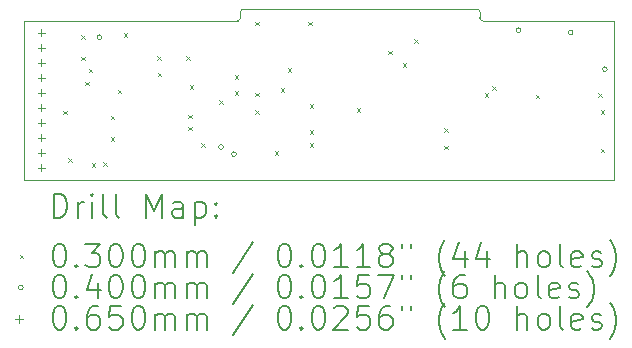
<source format=gbr>
%TF.GenerationSoftware,KiCad,Pcbnew,7.0.8*%
%TF.CreationDate,2023-12-27T11:09:43+01:00*%
%TF.ProjectId,Frost-ESP32,46726f73-742d-4455-9350-33322e6b6963,rev?*%
%TF.SameCoordinates,Original*%
%TF.FileFunction,Drillmap*%
%TF.FilePolarity,Positive*%
%FSLAX45Y45*%
G04 Gerber Fmt 4.5, Leading zero omitted, Abs format (unit mm)*
G04 Created by KiCad (PCBNEW 7.0.8) date 2023-12-27 11:09:43*
%MOMM*%
%LPD*%
G01*
G04 APERTURE LIST*
%ADD10C,0.100000*%
%ADD11C,0.200000*%
%ADD12C,0.030000*%
%ADD13C,0.040000*%
%ADD14C,0.065000*%
G04 APERTURE END LIST*
D10*
X13260000Y-9725000D02*
G75*
G03*
X13285000Y-9750000I25000J0D01*
G01*
X11260000Y-9650000D02*
X13235000Y-9650000D01*
X13260000Y-9675000D02*
G75*
G03*
X13235000Y-9650000I-25000J0D01*
G01*
X14400000Y-9750000D02*
X14400000Y-11100000D01*
X11210000Y-9750000D02*
G75*
G03*
X11235000Y-9725000I0J25000D01*
G01*
X11235000Y-9725000D02*
X11235000Y-9675000D01*
X14400000Y-11100000D02*
X9400000Y-11100000D01*
X11260000Y-9650000D02*
G75*
G03*
X11235000Y-9675000I0J-25000D01*
G01*
X9400000Y-9750000D02*
X11210000Y-9750000D01*
X9400000Y-11100000D02*
X9400000Y-9750000D01*
X13285000Y-9750000D02*
X14400000Y-9750000D01*
X13260000Y-9675000D02*
X13260000Y-9725000D01*
D11*
D12*
X9732550Y-10510774D02*
X9762550Y-10540774D01*
X9762550Y-10510774D02*
X9732550Y-10540774D01*
X9775000Y-10915000D02*
X9805000Y-10945000D01*
X9805000Y-10915000D02*
X9775000Y-10945000D01*
X9885000Y-9875000D02*
X9915000Y-9905000D01*
X9915000Y-9875000D02*
X9885000Y-9905000D01*
X9885000Y-10054000D02*
X9915000Y-10084000D01*
X9915000Y-10054000D02*
X9885000Y-10084000D01*
X9919950Y-10265000D02*
X9949950Y-10295000D01*
X9949950Y-10265000D02*
X9919950Y-10295000D01*
X9950050Y-10156000D02*
X9980050Y-10186000D01*
X9980050Y-10156000D02*
X9950050Y-10186000D01*
X9977339Y-10957084D02*
X10007339Y-10987084D01*
X10007339Y-10957084D02*
X9977339Y-10987084D01*
X10075000Y-10948750D02*
X10105000Y-10978750D01*
X10105000Y-10948750D02*
X10075000Y-10978750D01*
X10135000Y-10555000D02*
X10165000Y-10585000D01*
X10165000Y-10555000D02*
X10135000Y-10585000D01*
X10135000Y-10735000D02*
X10165000Y-10765000D01*
X10165000Y-10735000D02*
X10135000Y-10765000D01*
X10197431Y-10335055D02*
X10227431Y-10365055D01*
X10227431Y-10335055D02*
X10197431Y-10365055D01*
X10245000Y-9855000D02*
X10275000Y-9885000D01*
X10275000Y-9855000D02*
X10245000Y-9885000D01*
X10532500Y-10050000D02*
X10562500Y-10080000D01*
X10562500Y-10050000D02*
X10532500Y-10080000D01*
X10534097Y-10190450D02*
X10564097Y-10220450D01*
X10564097Y-10190450D02*
X10534097Y-10220450D01*
X10777500Y-10050000D02*
X10807500Y-10080000D01*
X10807500Y-10050000D02*
X10777500Y-10080000D01*
X10795000Y-10545000D02*
X10825000Y-10575000D01*
X10825000Y-10545000D02*
X10795000Y-10575000D01*
X10795000Y-10646000D02*
X10825000Y-10676000D01*
X10825000Y-10646000D02*
X10795000Y-10676000D01*
X10805000Y-10295000D02*
X10835000Y-10325000D01*
X10835000Y-10295000D02*
X10805000Y-10325000D01*
X10905000Y-10785000D02*
X10935000Y-10815000D01*
X10935000Y-10785000D02*
X10905000Y-10815000D01*
X11055000Y-10425000D02*
X11085000Y-10455000D01*
X11085000Y-10425000D02*
X11055000Y-10455000D01*
X11185000Y-10212550D02*
X11215000Y-10242550D01*
X11215000Y-10212550D02*
X11185000Y-10242550D01*
X11185000Y-10345000D02*
X11215000Y-10375000D01*
X11215000Y-10345000D02*
X11185000Y-10375000D01*
X11360000Y-9760000D02*
X11390000Y-9790000D01*
X11390000Y-9760000D02*
X11360000Y-9790000D01*
X11360000Y-10360000D02*
X11390000Y-10390000D01*
X11390000Y-10360000D02*
X11360000Y-10390000D01*
X11360000Y-10510000D02*
X11390000Y-10540000D01*
X11390000Y-10510000D02*
X11360000Y-10540000D01*
X11525000Y-10855000D02*
X11555000Y-10885000D01*
X11555000Y-10855000D02*
X11525000Y-10885000D01*
X11574525Y-10320475D02*
X11604525Y-10350475D01*
X11604525Y-10320475D02*
X11574525Y-10350475D01*
X11635000Y-10151050D02*
X11665000Y-10181050D01*
X11665000Y-10151050D02*
X11635000Y-10181050D01*
X11810000Y-9760000D02*
X11840000Y-9790000D01*
X11840000Y-9760000D02*
X11810000Y-9790000D01*
X11822500Y-10457000D02*
X11852500Y-10487000D01*
X11852500Y-10457000D02*
X11822500Y-10487000D01*
X11822500Y-10677000D02*
X11852500Y-10707000D01*
X11852500Y-10677000D02*
X11822500Y-10707000D01*
X11822500Y-10787000D02*
X11852500Y-10817000D01*
X11852500Y-10787000D02*
X11822500Y-10817000D01*
X12221000Y-10490000D02*
X12251000Y-10520000D01*
X12251000Y-10490000D02*
X12221000Y-10520000D01*
X12485000Y-10005000D02*
X12515000Y-10035000D01*
X12515000Y-10005000D02*
X12485000Y-10035000D01*
X12610000Y-10110000D02*
X12640000Y-10140000D01*
X12640000Y-10110000D02*
X12610000Y-10140000D01*
X12705000Y-9905000D02*
X12735000Y-9935000D01*
X12735000Y-9905000D02*
X12705000Y-9935000D01*
X12960000Y-10660000D02*
X12990000Y-10690000D01*
X12990000Y-10660000D02*
X12960000Y-10690000D01*
X12960000Y-10810000D02*
X12990000Y-10840000D01*
X12990000Y-10810000D02*
X12960000Y-10840000D01*
X13304948Y-10365052D02*
X13334948Y-10395052D01*
X13334948Y-10365052D02*
X13304948Y-10395052D01*
X13365052Y-10304948D02*
X13395052Y-10334948D01*
X13395052Y-10304948D02*
X13365052Y-10334948D01*
X13735000Y-10377550D02*
X13765000Y-10407550D01*
X13765000Y-10377550D02*
X13735000Y-10407550D01*
X14265000Y-10365000D02*
X14295000Y-10395000D01*
X14295000Y-10365000D02*
X14265000Y-10395000D01*
X14285000Y-10506250D02*
X14315000Y-10536250D01*
X14315000Y-10506250D02*
X14285000Y-10536250D01*
X14285000Y-10835000D02*
X14315000Y-10865000D01*
X14315000Y-10835000D02*
X14285000Y-10865000D01*
D13*
X10060000Y-9890000D02*
G75*
G03*
X10060000Y-9890000I-20000J0D01*
G01*
X11090000Y-10820000D02*
G75*
G03*
X11090000Y-10820000I-20000J0D01*
G01*
X11200000Y-10880000D02*
G75*
G03*
X11200000Y-10880000I-20000J0D01*
G01*
X13610000Y-9830000D02*
G75*
G03*
X13610000Y-9830000I-20000J0D01*
G01*
X14050000Y-9850000D02*
G75*
G03*
X14050000Y-9850000I-20000J0D01*
G01*
X14340000Y-10160000D02*
G75*
G03*
X14340000Y-10160000I-20000J0D01*
G01*
D14*
X9550000Y-9817500D02*
X9550000Y-9882500D01*
X9517500Y-9850000D02*
X9582500Y-9850000D01*
X9550000Y-9944500D02*
X9550000Y-10009500D01*
X9517500Y-9977000D02*
X9582500Y-9977000D01*
X9550000Y-10071500D02*
X9550000Y-10136500D01*
X9517500Y-10104000D02*
X9582500Y-10104000D01*
X9550000Y-10198500D02*
X9550000Y-10263500D01*
X9517500Y-10231000D02*
X9582500Y-10231000D01*
X9550000Y-10325500D02*
X9550000Y-10390500D01*
X9517500Y-10358000D02*
X9582500Y-10358000D01*
X9550000Y-10452500D02*
X9550000Y-10517500D01*
X9517500Y-10485000D02*
X9582500Y-10485000D01*
X9550000Y-10579500D02*
X9550000Y-10644500D01*
X9517500Y-10612000D02*
X9582500Y-10612000D01*
X9550000Y-10706500D02*
X9550000Y-10771500D01*
X9517500Y-10739000D02*
X9582500Y-10739000D01*
X9550000Y-10833500D02*
X9550000Y-10898500D01*
X9517500Y-10866000D02*
X9582500Y-10866000D01*
X9550000Y-10960500D02*
X9550000Y-11025500D01*
X9517500Y-10993000D02*
X9582500Y-10993000D01*
D11*
X9655777Y-11416484D02*
X9655777Y-11216484D01*
X9655777Y-11216484D02*
X9703396Y-11216484D01*
X9703396Y-11216484D02*
X9731967Y-11226008D01*
X9731967Y-11226008D02*
X9751015Y-11245055D01*
X9751015Y-11245055D02*
X9760539Y-11264103D01*
X9760539Y-11264103D02*
X9770063Y-11302198D01*
X9770063Y-11302198D02*
X9770063Y-11330769D01*
X9770063Y-11330769D02*
X9760539Y-11368865D01*
X9760539Y-11368865D02*
X9751015Y-11387912D01*
X9751015Y-11387912D02*
X9731967Y-11406960D01*
X9731967Y-11406960D02*
X9703396Y-11416484D01*
X9703396Y-11416484D02*
X9655777Y-11416484D01*
X9855777Y-11416484D02*
X9855777Y-11283150D01*
X9855777Y-11321246D02*
X9865301Y-11302198D01*
X9865301Y-11302198D02*
X9874824Y-11292674D01*
X9874824Y-11292674D02*
X9893872Y-11283150D01*
X9893872Y-11283150D02*
X9912920Y-11283150D01*
X9979586Y-11416484D02*
X9979586Y-11283150D01*
X9979586Y-11216484D02*
X9970063Y-11226008D01*
X9970063Y-11226008D02*
X9979586Y-11235531D01*
X9979586Y-11235531D02*
X9989110Y-11226008D01*
X9989110Y-11226008D02*
X9979586Y-11216484D01*
X9979586Y-11216484D02*
X9979586Y-11235531D01*
X10103396Y-11416484D02*
X10084348Y-11406960D01*
X10084348Y-11406960D02*
X10074824Y-11387912D01*
X10074824Y-11387912D02*
X10074824Y-11216484D01*
X10208158Y-11416484D02*
X10189110Y-11406960D01*
X10189110Y-11406960D02*
X10179586Y-11387912D01*
X10179586Y-11387912D02*
X10179586Y-11216484D01*
X10436729Y-11416484D02*
X10436729Y-11216484D01*
X10436729Y-11216484D02*
X10503396Y-11359341D01*
X10503396Y-11359341D02*
X10570063Y-11216484D01*
X10570063Y-11216484D02*
X10570063Y-11416484D01*
X10751015Y-11416484D02*
X10751015Y-11311722D01*
X10751015Y-11311722D02*
X10741491Y-11292674D01*
X10741491Y-11292674D02*
X10722444Y-11283150D01*
X10722444Y-11283150D02*
X10684348Y-11283150D01*
X10684348Y-11283150D02*
X10665301Y-11292674D01*
X10751015Y-11406960D02*
X10731967Y-11416484D01*
X10731967Y-11416484D02*
X10684348Y-11416484D01*
X10684348Y-11416484D02*
X10665301Y-11406960D01*
X10665301Y-11406960D02*
X10655777Y-11387912D01*
X10655777Y-11387912D02*
X10655777Y-11368865D01*
X10655777Y-11368865D02*
X10665301Y-11349817D01*
X10665301Y-11349817D02*
X10684348Y-11340293D01*
X10684348Y-11340293D02*
X10731967Y-11340293D01*
X10731967Y-11340293D02*
X10751015Y-11330769D01*
X10846253Y-11283150D02*
X10846253Y-11483150D01*
X10846253Y-11292674D02*
X10865301Y-11283150D01*
X10865301Y-11283150D02*
X10903396Y-11283150D01*
X10903396Y-11283150D02*
X10922444Y-11292674D01*
X10922444Y-11292674D02*
X10931967Y-11302198D01*
X10931967Y-11302198D02*
X10941491Y-11321246D01*
X10941491Y-11321246D02*
X10941491Y-11378388D01*
X10941491Y-11378388D02*
X10931967Y-11397436D01*
X10931967Y-11397436D02*
X10922444Y-11406960D01*
X10922444Y-11406960D02*
X10903396Y-11416484D01*
X10903396Y-11416484D02*
X10865301Y-11416484D01*
X10865301Y-11416484D02*
X10846253Y-11406960D01*
X11027205Y-11397436D02*
X11036729Y-11406960D01*
X11036729Y-11406960D02*
X11027205Y-11416484D01*
X11027205Y-11416484D02*
X11017682Y-11406960D01*
X11017682Y-11406960D02*
X11027205Y-11397436D01*
X11027205Y-11397436D02*
X11027205Y-11416484D01*
X11027205Y-11292674D02*
X11036729Y-11302198D01*
X11036729Y-11302198D02*
X11027205Y-11311722D01*
X11027205Y-11311722D02*
X11017682Y-11302198D01*
X11017682Y-11302198D02*
X11027205Y-11292674D01*
X11027205Y-11292674D02*
X11027205Y-11311722D01*
D12*
X9365000Y-11730000D02*
X9395000Y-11760000D01*
X9395000Y-11730000D02*
X9365000Y-11760000D01*
D11*
X9693872Y-11636484D02*
X9712920Y-11636484D01*
X9712920Y-11636484D02*
X9731967Y-11646008D01*
X9731967Y-11646008D02*
X9741491Y-11655531D01*
X9741491Y-11655531D02*
X9751015Y-11674579D01*
X9751015Y-11674579D02*
X9760539Y-11712674D01*
X9760539Y-11712674D02*
X9760539Y-11760293D01*
X9760539Y-11760293D02*
X9751015Y-11798388D01*
X9751015Y-11798388D02*
X9741491Y-11817436D01*
X9741491Y-11817436D02*
X9731967Y-11826960D01*
X9731967Y-11826960D02*
X9712920Y-11836484D01*
X9712920Y-11836484D02*
X9693872Y-11836484D01*
X9693872Y-11836484D02*
X9674824Y-11826960D01*
X9674824Y-11826960D02*
X9665301Y-11817436D01*
X9665301Y-11817436D02*
X9655777Y-11798388D01*
X9655777Y-11798388D02*
X9646253Y-11760293D01*
X9646253Y-11760293D02*
X9646253Y-11712674D01*
X9646253Y-11712674D02*
X9655777Y-11674579D01*
X9655777Y-11674579D02*
X9665301Y-11655531D01*
X9665301Y-11655531D02*
X9674824Y-11646008D01*
X9674824Y-11646008D02*
X9693872Y-11636484D01*
X9846253Y-11817436D02*
X9855777Y-11826960D01*
X9855777Y-11826960D02*
X9846253Y-11836484D01*
X9846253Y-11836484D02*
X9836729Y-11826960D01*
X9836729Y-11826960D02*
X9846253Y-11817436D01*
X9846253Y-11817436D02*
X9846253Y-11836484D01*
X9922444Y-11636484D02*
X10046253Y-11636484D01*
X10046253Y-11636484D02*
X9979586Y-11712674D01*
X9979586Y-11712674D02*
X10008158Y-11712674D01*
X10008158Y-11712674D02*
X10027205Y-11722198D01*
X10027205Y-11722198D02*
X10036729Y-11731722D01*
X10036729Y-11731722D02*
X10046253Y-11750769D01*
X10046253Y-11750769D02*
X10046253Y-11798388D01*
X10046253Y-11798388D02*
X10036729Y-11817436D01*
X10036729Y-11817436D02*
X10027205Y-11826960D01*
X10027205Y-11826960D02*
X10008158Y-11836484D01*
X10008158Y-11836484D02*
X9951015Y-11836484D01*
X9951015Y-11836484D02*
X9931967Y-11826960D01*
X9931967Y-11826960D02*
X9922444Y-11817436D01*
X10170063Y-11636484D02*
X10189110Y-11636484D01*
X10189110Y-11636484D02*
X10208158Y-11646008D01*
X10208158Y-11646008D02*
X10217682Y-11655531D01*
X10217682Y-11655531D02*
X10227205Y-11674579D01*
X10227205Y-11674579D02*
X10236729Y-11712674D01*
X10236729Y-11712674D02*
X10236729Y-11760293D01*
X10236729Y-11760293D02*
X10227205Y-11798388D01*
X10227205Y-11798388D02*
X10217682Y-11817436D01*
X10217682Y-11817436D02*
X10208158Y-11826960D01*
X10208158Y-11826960D02*
X10189110Y-11836484D01*
X10189110Y-11836484D02*
X10170063Y-11836484D01*
X10170063Y-11836484D02*
X10151015Y-11826960D01*
X10151015Y-11826960D02*
X10141491Y-11817436D01*
X10141491Y-11817436D02*
X10131967Y-11798388D01*
X10131967Y-11798388D02*
X10122444Y-11760293D01*
X10122444Y-11760293D02*
X10122444Y-11712674D01*
X10122444Y-11712674D02*
X10131967Y-11674579D01*
X10131967Y-11674579D02*
X10141491Y-11655531D01*
X10141491Y-11655531D02*
X10151015Y-11646008D01*
X10151015Y-11646008D02*
X10170063Y-11636484D01*
X10360539Y-11636484D02*
X10379586Y-11636484D01*
X10379586Y-11636484D02*
X10398634Y-11646008D01*
X10398634Y-11646008D02*
X10408158Y-11655531D01*
X10408158Y-11655531D02*
X10417682Y-11674579D01*
X10417682Y-11674579D02*
X10427205Y-11712674D01*
X10427205Y-11712674D02*
X10427205Y-11760293D01*
X10427205Y-11760293D02*
X10417682Y-11798388D01*
X10417682Y-11798388D02*
X10408158Y-11817436D01*
X10408158Y-11817436D02*
X10398634Y-11826960D01*
X10398634Y-11826960D02*
X10379586Y-11836484D01*
X10379586Y-11836484D02*
X10360539Y-11836484D01*
X10360539Y-11836484D02*
X10341491Y-11826960D01*
X10341491Y-11826960D02*
X10331967Y-11817436D01*
X10331967Y-11817436D02*
X10322444Y-11798388D01*
X10322444Y-11798388D02*
X10312920Y-11760293D01*
X10312920Y-11760293D02*
X10312920Y-11712674D01*
X10312920Y-11712674D02*
X10322444Y-11674579D01*
X10322444Y-11674579D02*
X10331967Y-11655531D01*
X10331967Y-11655531D02*
X10341491Y-11646008D01*
X10341491Y-11646008D02*
X10360539Y-11636484D01*
X10512920Y-11836484D02*
X10512920Y-11703150D01*
X10512920Y-11722198D02*
X10522444Y-11712674D01*
X10522444Y-11712674D02*
X10541491Y-11703150D01*
X10541491Y-11703150D02*
X10570063Y-11703150D01*
X10570063Y-11703150D02*
X10589110Y-11712674D01*
X10589110Y-11712674D02*
X10598634Y-11731722D01*
X10598634Y-11731722D02*
X10598634Y-11836484D01*
X10598634Y-11731722D02*
X10608158Y-11712674D01*
X10608158Y-11712674D02*
X10627205Y-11703150D01*
X10627205Y-11703150D02*
X10655777Y-11703150D01*
X10655777Y-11703150D02*
X10674825Y-11712674D01*
X10674825Y-11712674D02*
X10684348Y-11731722D01*
X10684348Y-11731722D02*
X10684348Y-11836484D01*
X10779586Y-11836484D02*
X10779586Y-11703150D01*
X10779586Y-11722198D02*
X10789110Y-11712674D01*
X10789110Y-11712674D02*
X10808158Y-11703150D01*
X10808158Y-11703150D02*
X10836729Y-11703150D01*
X10836729Y-11703150D02*
X10855777Y-11712674D01*
X10855777Y-11712674D02*
X10865301Y-11731722D01*
X10865301Y-11731722D02*
X10865301Y-11836484D01*
X10865301Y-11731722D02*
X10874825Y-11712674D01*
X10874825Y-11712674D02*
X10893872Y-11703150D01*
X10893872Y-11703150D02*
X10922444Y-11703150D01*
X10922444Y-11703150D02*
X10941491Y-11712674D01*
X10941491Y-11712674D02*
X10951015Y-11731722D01*
X10951015Y-11731722D02*
X10951015Y-11836484D01*
X11341491Y-11626960D02*
X11170063Y-11884103D01*
X11598634Y-11636484D02*
X11617682Y-11636484D01*
X11617682Y-11636484D02*
X11636729Y-11646008D01*
X11636729Y-11646008D02*
X11646253Y-11655531D01*
X11646253Y-11655531D02*
X11655777Y-11674579D01*
X11655777Y-11674579D02*
X11665301Y-11712674D01*
X11665301Y-11712674D02*
X11665301Y-11760293D01*
X11665301Y-11760293D02*
X11655777Y-11798388D01*
X11655777Y-11798388D02*
X11646253Y-11817436D01*
X11646253Y-11817436D02*
X11636729Y-11826960D01*
X11636729Y-11826960D02*
X11617682Y-11836484D01*
X11617682Y-11836484D02*
X11598634Y-11836484D01*
X11598634Y-11836484D02*
X11579586Y-11826960D01*
X11579586Y-11826960D02*
X11570063Y-11817436D01*
X11570063Y-11817436D02*
X11560539Y-11798388D01*
X11560539Y-11798388D02*
X11551015Y-11760293D01*
X11551015Y-11760293D02*
X11551015Y-11712674D01*
X11551015Y-11712674D02*
X11560539Y-11674579D01*
X11560539Y-11674579D02*
X11570063Y-11655531D01*
X11570063Y-11655531D02*
X11579586Y-11646008D01*
X11579586Y-11646008D02*
X11598634Y-11636484D01*
X11751015Y-11817436D02*
X11760539Y-11826960D01*
X11760539Y-11826960D02*
X11751015Y-11836484D01*
X11751015Y-11836484D02*
X11741491Y-11826960D01*
X11741491Y-11826960D02*
X11751015Y-11817436D01*
X11751015Y-11817436D02*
X11751015Y-11836484D01*
X11884348Y-11636484D02*
X11903396Y-11636484D01*
X11903396Y-11636484D02*
X11922444Y-11646008D01*
X11922444Y-11646008D02*
X11931967Y-11655531D01*
X11931967Y-11655531D02*
X11941491Y-11674579D01*
X11941491Y-11674579D02*
X11951015Y-11712674D01*
X11951015Y-11712674D02*
X11951015Y-11760293D01*
X11951015Y-11760293D02*
X11941491Y-11798388D01*
X11941491Y-11798388D02*
X11931967Y-11817436D01*
X11931967Y-11817436D02*
X11922444Y-11826960D01*
X11922444Y-11826960D02*
X11903396Y-11836484D01*
X11903396Y-11836484D02*
X11884348Y-11836484D01*
X11884348Y-11836484D02*
X11865301Y-11826960D01*
X11865301Y-11826960D02*
X11855777Y-11817436D01*
X11855777Y-11817436D02*
X11846253Y-11798388D01*
X11846253Y-11798388D02*
X11836729Y-11760293D01*
X11836729Y-11760293D02*
X11836729Y-11712674D01*
X11836729Y-11712674D02*
X11846253Y-11674579D01*
X11846253Y-11674579D02*
X11855777Y-11655531D01*
X11855777Y-11655531D02*
X11865301Y-11646008D01*
X11865301Y-11646008D02*
X11884348Y-11636484D01*
X12141491Y-11836484D02*
X12027206Y-11836484D01*
X12084348Y-11836484D02*
X12084348Y-11636484D01*
X12084348Y-11636484D02*
X12065301Y-11665055D01*
X12065301Y-11665055D02*
X12046253Y-11684103D01*
X12046253Y-11684103D02*
X12027206Y-11693627D01*
X12331967Y-11836484D02*
X12217682Y-11836484D01*
X12274825Y-11836484D02*
X12274825Y-11636484D01*
X12274825Y-11636484D02*
X12255777Y-11665055D01*
X12255777Y-11665055D02*
X12236729Y-11684103D01*
X12236729Y-11684103D02*
X12217682Y-11693627D01*
X12446253Y-11722198D02*
X12427206Y-11712674D01*
X12427206Y-11712674D02*
X12417682Y-11703150D01*
X12417682Y-11703150D02*
X12408158Y-11684103D01*
X12408158Y-11684103D02*
X12408158Y-11674579D01*
X12408158Y-11674579D02*
X12417682Y-11655531D01*
X12417682Y-11655531D02*
X12427206Y-11646008D01*
X12427206Y-11646008D02*
X12446253Y-11636484D01*
X12446253Y-11636484D02*
X12484348Y-11636484D01*
X12484348Y-11636484D02*
X12503396Y-11646008D01*
X12503396Y-11646008D02*
X12512920Y-11655531D01*
X12512920Y-11655531D02*
X12522444Y-11674579D01*
X12522444Y-11674579D02*
X12522444Y-11684103D01*
X12522444Y-11684103D02*
X12512920Y-11703150D01*
X12512920Y-11703150D02*
X12503396Y-11712674D01*
X12503396Y-11712674D02*
X12484348Y-11722198D01*
X12484348Y-11722198D02*
X12446253Y-11722198D01*
X12446253Y-11722198D02*
X12427206Y-11731722D01*
X12427206Y-11731722D02*
X12417682Y-11741246D01*
X12417682Y-11741246D02*
X12408158Y-11760293D01*
X12408158Y-11760293D02*
X12408158Y-11798388D01*
X12408158Y-11798388D02*
X12417682Y-11817436D01*
X12417682Y-11817436D02*
X12427206Y-11826960D01*
X12427206Y-11826960D02*
X12446253Y-11836484D01*
X12446253Y-11836484D02*
X12484348Y-11836484D01*
X12484348Y-11836484D02*
X12503396Y-11826960D01*
X12503396Y-11826960D02*
X12512920Y-11817436D01*
X12512920Y-11817436D02*
X12522444Y-11798388D01*
X12522444Y-11798388D02*
X12522444Y-11760293D01*
X12522444Y-11760293D02*
X12512920Y-11741246D01*
X12512920Y-11741246D02*
X12503396Y-11731722D01*
X12503396Y-11731722D02*
X12484348Y-11722198D01*
X12598634Y-11636484D02*
X12598634Y-11674579D01*
X12674825Y-11636484D02*
X12674825Y-11674579D01*
X12970063Y-11912674D02*
X12960539Y-11903150D01*
X12960539Y-11903150D02*
X12941491Y-11874579D01*
X12941491Y-11874579D02*
X12931968Y-11855531D01*
X12931968Y-11855531D02*
X12922444Y-11826960D01*
X12922444Y-11826960D02*
X12912920Y-11779341D01*
X12912920Y-11779341D02*
X12912920Y-11741246D01*
X12912920Y-11741246D02*
X12922444Y-11693627D01*
X12922444Y-11693627D02*
X12931968Y-11665055D01*
X12931968Y-11665055D02*
X12941491Y-11646008D01*
X12941491Y-11646008D02*
X12960539Y-11617436D01*
X12960539Y-11617436D02*
X12970063Y-11607912D01*
X13131968Y-11703150D02*
X13131968Y-11836484D01*
X13084348Y-11626960D02*
X13036729Y-11769817D01*
X13036729Y-11769817D02*
X13160539Y-11769817D01*
X13322444Y-11703150D02*
X13322444Y-11836484D01*
X13274825Y-11626960D02*
X13227206Y-11769817D01*
X13227206Y-11769817D02*
X13351015Y-11769817D01*
X13579587Y-11836484D02*
X13579587Y-11636484D01*
X13665301Y-11836484D02*
X13665301Y-11731722D01*
X13665301Y-11731722D02*
X13655777Y-11712674D01*
X13655777Y-11712674D02*
X13636730Y-11703150D01*
X13636730Y-11703150D02*
X13608158Y-11703150D01*
X13608158Y-11703150D02*
X13589110Y-11712674D01*
X13589110Y-11712674D02*
X13579587Y-11722198D01*
X13789110Y-11836484D02*
X13770063Y-11826960D01*
X13770063Y-11826960D02*
X13760539Y-11817436D01*
X13760539Y-11817436D02*
X13751015Y-11798388D01*
X13751015Y-11798388D02*
X13751015Y-11741246D01*
X13751015Y-11741246D02*
X13760539Y-11722198D01*
X13760539Y-11722198D02*
X13770063Y-11712674D01*
X13770063Y-11712674D02*
X13789110Y-11703150D01*
X13789110Y-11703150D02*
X13817682Y-11703150D01*
X13817682Y-11703150D02*
X13836730Y-11712674D01*
X13836730Y-11712674D02*
X13846253Y-11722198D01*
X13846253Y-11722198D02*
X13855777Y-11741246D01*
X13855777Y-11741246D02*
X13855777Y-11798388D01*
X13855777Y-11798388D02*
X13846253Y-11817436D01*
X13846253Y-11817436D02*
X13836730Y-11826960D01*
X13836730Y-11826960D02*
X13817682Y-11836484D01*
X13817682Y-11836484D02*
X13789110Y-11836484D01*
X13970063Y-11836484D02*
X13951015Y-11826960D01*
X13951015Y-11826960D02*
X13941491Y-11807912D01*
X13941491Y-11807912D02*
X13941491Y-11636484D01*
X14122444Y-11826960D02*
X14103396Y-11836484D01*
X14103396Y-11836484D02*
X14065301Y-11836484D01*
X14065301Y-11836484D02*
X14046253Y-11826960D01*
X14046253Y-11826960D02*
X14036730Y-11807912D01*
X14036730Y-11807912D02*
X14036730Y-11731722D01*
X14036730Y-11731722D02*
X14046253Y-11712674D01*
X14046253Y-11712674D02*
X14065301Y-11703150D01*
X14065301Y-11703150D02*
X14103396Y-11703150D01*
X14103396Y-11703150D02*
X14122444Y-11712674D01*
X14122444Y-11712674D02*
X14131968Y-11731722D01*
X14131968Y-11731722D02*
X14131968Y-11750769D01*
X14131968Y-11750769D02*
X14036730Y-11769817D01*
X14208158Y-11826960D02*
X14227206Y-11836484D01*
X14227206Y-11836484D02*
X14265301Y-11836484D01*
X14265301Y-11836484D02*
X14284349Y-11826960D01*
X14284349Y-11826960D02*
X14293872Y-11807912D01*
X14293872Y-11807912D02*
X14293872Y-11798388D01*
X14293872Y-11798388D02*
X14284349Y-11779341D01*
X14284349Y-11779341D02*
X14265301Y-11769817D01*
X14265301Y-11769817D02*
X14236730Y-11769817D01*
X14236730Y-11769817D02*
X14217682Y-11760293D01*
X14217682Y-11760293D02*
X14208158Y-11741246D01*
X14208158Y-11741246D02*
X14208158Y-11731722D01*
X14208158Y-11731722D02*
X14217682Y-11712674D01*
X14217682Y-11712674D02*
X14236730Y-11703150D01*
X14236730Y-11703150D02*
X14265301Y-11703150D01*
X14265301Y-11703150D02*
X14284349Y-11712674D01*
X14360539Y-11912674D02*
X14370063Y-11903150D01*
X14370063Y-11903150D02*
X14389111Y-11874579D01*
X14389111Y-11874579D02*
X14398634Y-11855531D01*
X14398634Y-11855531D02*
X14408158Y-11826960D01*
X14408158Y-11826960D02*
X14417682Y-11779341D01*
X14417682Y-11779341D02*
X14417682Y-11741246D01*
X14417682Y-11741246D02*
X14408158Y-11693627D01*
X14408158Y-11693627D02*
X14398634Y-11665055D01*
X14398634Y-11665055D02*
X14389111Y-11646008D01*
X14389111Y-11646008D02*
X14370063Y-11617436D01*
X14370063Y-11617436D02*
X14360539Y-11607912D01*
D13*
X9395000Y-12009000D02*
G75*
G03*
X9395000Y-12009000I-20000J0D01*
G01*
D11*
X9693872Y-11900484D02*
X9712920Y-11900484D01*
X9712920Y-11900484D02*
X9731967Y-11910008D01*
X9731967Y-11910008D02*
X9741491Y-11919531D01*
X9741491Y-11919531D02*
X9751015Y-11938579D01*
X9751015Y-11938579D02*
X9760539Y-11976674D01*
X9760539Y-11976674D02*
X9760539Y-12024293D01*
X9760539Y-12024293D02*
X9751015Y-12062388D01*
X9751015Y-12062388D02*
X9741491Y-12081436D01*
X9741491Y-12081436D02*
X9731967Y-12090960D01*
X9731967Y-12090960D02*
X9712920Y-12100484D01*
X9712920Y-12100484D02*
X9693872Y-12100484D01*
X9693872Y-12100484D02*
X9674824Y-12090960D01*
X9674824Y-12090960D02*
X9665301Y-12081436D01*
X9665301Y-12081436D02*
X9655777Y-12062388D01*
X9655777Y-12062388D02*
X9646253Y-12024293D01*
X9646253Y-12024293D02*
X9646253Y-11976674D01*
X9646253Y-11976674D02*
X9655777Y-11938579D01*
X9655777Y-11938579D02*
X9665301Y-11919531D01*
X9665301Y-11919531D02*
X9674824Y-11910008D01*
X9674824Y-11910008D02*
X9693872Y-11900484D01*
X9846253Y-12081436D02*
X9855777Y-12090960D01*
X9855777Y-12090960D02*
X9846253Y-12100484D01*
X9846253Y-12100484D02*
X9836729Y-12090960D01*
X9836729Y-12090960D02*
X9846253Y-12081436D01*
X9846253Y-12081436D02*
X9846253Y-12100484D01*
X10027205Y-11967150D02*
X10027205Y-12100484D01*
X9979586Y-11890960D02*
X9931967Y-12033817D01*
X9931967Y-12033817D02*
X10055777Y-12033817D01*
X10170063Y-11900484D02*
X10189110Y-11900484D01*
X10189110Y-11900484D02*
X10208158Y-11910008D01*
X10208158Y-11910008D02*
X10217682Y-11919531D01*
X10217682Y-11919531D02*
X10227205Y-11938579D01*
X10227205Y-11938579D02*
X10236729Y-11976674D01*
X10236729Y-11976674D02*
X10236729Y-12024293D01*
X10236729Y-12024293D02*
X10227205Y-12062388D01*
X10227205Y-12062388D02*
X10217682Y-12081436D01*
X10217682Y-12081436D02*
X10208158Y-12090960D01*
X10208158Y-12090960D02*
X10189110Y-12100484D01*
X10189110Y-12100484D02*
X10170063Y-12100484D01*
X10170063Y-12100484D02*
X10151015Y-12090960D01*
X10151015Y-12090960D02*
X10141491Y-12081436D01*
X10141491Y-12081436D02*
X10131967Y-12062388D01*
X10131967Y-12062388D02*
X10122444Y-12024293D01*
X10122444Y-12024293D02*
X10122444Y-11976674D01*
X10122444Y-11976674D02*
X10131967Y-11938579D01*
X10131967Y-11938579D02*
X10141491Y-11919531D01*
X10141491Y-11919531D02*
X10151015Y-11910008D01*
X10151015Y-11910008D02*
X10170063Y-11900484D01*
X10360539Y-11900484D02*
X10379586Y-11900484D01*
X10379586Y-11900484D02*
X10398634Y-11910008D01*
X10398634Y-11910008D02*
X10408158Y-11919531D01*
X10408158Y-11919531D02*
X10417682Y-11938579D01*
X10417682Y-11938579D02*
X10427205Y-11976674D01*
X10427205Y-11976674D02*
X10427205Y-12024293D01*
X10427205Y-12024293D02*
X10417682Y-12062388D01*
X10417682Y-12062388D02*
X10408158Y-12081436D01*
X10408158Y-12081436D02*
X10398634Y-12090960D01*
X10398634Y-12090960D02*
X10379586Y-12100484D01*
X10379586Y-12100484D02*
X10360539Y-12100484D01*
X10360539Y-12100484D02*
X10341491Y-12090960D01*
X10341491Y-12090960D02*
X10331967Y-12081436D01*
X10331967Y-12081436D02*
X10322444Y-12062388D01*
X10322444Y-12062388D02*
X10312920Y-12024293D01*
X10312920Y-12024293D02*
X10312920Y-11976674D01*
X10312920Y-11976674D02*
X10322444Y-11938579D01*
X10322444Y-11938579D02*
X10331967Y-11919531D01*
X10331967Y-11919531D02*
X10341491Y-11910008D01*
X10341491Y-11910008D02*
X10360539Y-11900484D01*
X10512920Y-12100484D02*
X10512920Y-11967150D01*
X10512920Y-11986198D02*
X10522444Y-11976674D01*
X10522444Y-11976674D02*
X10541491Y-11967150D01*
X10541491Y-11967150D02*
X10570063Y-11967150D01*
X10570063Y-11967150D02*
X10589110Y-11976674D01*
X10589110Y-11976674D02*
X10598634Y-11995722D01*
X10598634Y-11995722D02*
X10598634Y-12100484D01*
X10598634Y-11995722D02*
X10608158Y-11976674D01*
X10608158Y-11976674D02*
X10627205Y-11967150D01*
X10627205Y-11967150D02*
X10655777Y-11967150D01*
X10655777Y-11967150D02*
X10674825Y-11976674D01*
X10674825Y-11976674D02*
X10684348Y-11995722D01*
X10684348Y-11995722D02*
X10684348Y-12100484D01*
X10779586Y-12100484D02*
X10779586Y-11967150D01*
X10779586Y-11986198D02*
X10789110Y-11976674D01*
X10789110Y-11976674D02*
X10808158Y-11967150D01*
X10808158Y-11967150D02*
X10836729Y-11967150D01*
X10836729Y-11967150D02*
X10855777Y-11976674D01*
X10855777Y-11976674D02*
X10865301Y-11995722D01*
X10865301Y-11995722D02*
X10865301Y-12100484D01*
X10865301Y-11995722D02*
X10874825Y-11976674D01*
X10874825Y-11976674D02*
X10893872Y-11967150D01*
X10893872Y-11967150D02*
X10922444Y-11967150D01*
X10922444Y-11967150D02*
X10941491Y-11976674D01*
X10941491Y-11976674D02*
X10951015Y-11995722D01*
X10951015Y-11995722D02*
X10951015Y-12100484D01*
X11341491Y-11890960D02*
X11170063Y-12148103D01*
X11598634Y-11900484D02*
X11617682Y-11900484D01*
X11617682Y-11900484D02*
X11636729Y-11910008D01*
X11636729Y-11910008D02*
X11646253Y-11919531D01*
X11646253Y-11919531D02*
X11655777Y-11938579D01*
X11655777Y-11938579D02*
X11665301Y-11976674D01*
X11665301Y-11976674D02*
X11665301Y-12024293D01*
X11665301Y-12024293D02*
X11655777Y-12062388D01*
X11655777Y-12062388D02*
X11646253Y-12081436D01*
X11646253Y-12081436D02*
X11636729Y-12090960D01*
X11636729Y-12090960D02*
X11617682Y-12100484D01*
X11617682Y-12100484D02*
X11598634Y-12100484D01*
X11598634Y-12100484D02*
X11579586Y-12090960D01*
X11579586Y-12090960D02*
X11570063Y-12081436D01*
X11570063Y-12081436D02*
X11560539Y-12062388D01*
X11560539Y-12062388D02*
X11551015Y-12024293D01*
X11551015Y-12024293D02*
X11551015Y-11976674D01*
X11551015Y-11976674D02*
X11560539Y-11938579D01*
X11560539Y-11938579D02*
X11570063Y-11919531D01*
X11570063Y-11919531D02*
X11579586Y-11910008D01*
X11579586Y-11910008D02*
X11598634Y-11900484D01*
X11751015Y-12081436D02*
X11760539Y-12090960D01*
X11760539Y-12090960D02*
X11751015Y-12100484D01*
X11751015Y-12100484D02*
X11741491Y-12090960D01*
X11741491Y-12090960D02*
X11751015Y-12081436D01*
X11751015Y-12081436D02*
X11751015Y-12100484D01*
X11884348Y-11900484D02*
X11903396Y-11900484D01*
X11903396Y-11900484D02*
X11922444Y-11910008D01*
X11922444Y-11910008D02*
X11931967Y-11919531D01*
X11931967Y-11919531D02*
X11941491Y-11938579D01*
X11941491Y-11938579D02*
X11951015Y-11976674D01*
X11951015Y-11976674D02*
X11951015Y-12024293D01*
X11951015Y-12024293D02*
X11941491Y-12062388D01*
X11941491Y-12062388D02*
X11931967Y-12081436D01*
X11931967Y-12081436D02*
X11922444Y-12090960D01*
X11922444Y-12090960D02*
X11903396Y-12100484D01*
X11903396Y-12100484D02*
X11884348Y-12100484D01*
X11884348Y-12100484D02*
X11865301Y-12090960D01*
X11865301Y-12090960D02*
X11855777Y-12081436D01*
X11855777Y-12081436D02*
X11846253Y-12062388D01*
X11846253Y-12062388D02*
X11836729Y-12024293D01*
X11836729Y-12024293D02*
X11836729Y-11976674D01*
X11836729Y-11976674D02*
X11846253Y-11938579D01*
X11846253Y-11938579D02*
X11855777Y-11919531D01*
X11855777Y-11919531D02*
X11865301Y-11910008D01*
X11865301Y-11910008D02*
X11884348Y-11900484D01*
X12141491Y-12100484D02*
X12027206Y-12100484D01*
X12084348Y-12100484D02*
X12084348Y-11900484D01*
X12084348Y-11900484D02*
X12065301Y-11929055D01*
X12065301Y-11929055D02*
X12046253Y-11948103D01*
X12046253Y-11948103D02*
X12027206Y-11957627D01*
X12322444Y-11900484D02*
X12227206Y-11900484D01*
X12227206Y-11900484D02*
X12217682Y-11995722D01*
X12217682Y-11995722D02*
X12227206Y-11986198D01*
X12227206Y-11986198D02*
X12246253Y-11976674D01*
X12246253Y-11976674D02*
X12293872Y-11976674D01*
X12293872Y-11976674D02*
X12312920Y-11986198D01*
X12312920Y-11986198D02*
X12322444Y-11995722D01*
X12322444Y-11995722D02*
X12331967Y-12014769D01*
X12331967Y-12014769D02*
X12331967Y-12062388D01*
X12331967Y-12062388D02*
X12322444Y-12081436D01*
X12322444Y-12081436D02*
X12312920Y-12090960D01*
X12312920Y-12090960D02*
X12293872Y-12100484D01*
X12293872Y-12100484D02*
X12246253Y-12100484D01*
X12246253Y-12100484D02*
X12227206Y-12090960D01*
X12227206Y-12090960D02*
X12217682Y-12081436D01*
X12398634Y-11900484D02*
X12531967Y-11900484D01*
X12531967Y-11900484D02*
X12446253Y-12100484D01*
X12598634Y-11900484D02*
X12598634Y-11938579D01*
X12674825Y-11900484D02*
X12674825Y-11938579D01*
X12970063Y-12176674D02*
X12960539Y-12167150D01*
X12960539Y-12167150D02*
X12941491Y-12138579D01*
X12941491Y-12138579D02*
X12931968Y-12119531D01*
X12931968Y-12119531D02*
X12922444Y-12090960D01*
X12922444Y-12090960D02*
X12912920Y-12043341D01*
X12912920Y-12043341D02*
X12912920Y-12005246D01*
X12912920Y-12005246D02*
X12922444Y-11957627D01*
X12922444Y-11957627D02*
X12931968Y-11929055D01*
X12931968Y-11929055D02*
X12941491Y-11910008D01*
X12941491Y-11910008D02*
X12960539Y-11881436D01*
X12960539Y-11881436D02*
X12970063Y-11871912D01*
X13131968Y-11900484D02*
X13093872Y-11900484D01*
X13093872Y-11900484D02*
X13074825Y-11910008D01*
X13074825Y-11910008D02*
X13065301Y-11919531D01*
X13065301Y-11919531D02*
X13046253Y-11948103D01*
X13046253Y-11948103D02*
X13036729Y-11986198D01*
X13036729Y-11986198D02*
X13036729Y-12062388D01*
X13036729Y-12062388D02*
X13046253Y-12081436D01*
X13046253Y-12081436D02*
X13055777Y-12090960D01*
X13055777Y-12090960D02*
X13074825Y-12100484D01*
X13074825Y-12100484D02*
X13112920Y-12100484D01*
X13112920Y-12100484D02*
X13131968Y-12090960D01*
X13131968Y-12090960D02*
X13141491Y-12081436D01*
X13141491Y-12081436D02*
X13151015Y-12062388D01*
X13151015Y-12062388D02*
X13151015Y-12014769D01*
X13151015Y-12014769D02*
X13141491Y-11995722D01*
X13141491Y-11995722D02*
X13131968Y-11986198D01*
X13131968Y-11986198D02*
X13112920Y-11976674D01*
X13112920Y-11976674D02*
X13074825Y-11976674D01*
X13074825Y-11976674D02*
X13055777Y-11986198D01*
X13055777Y-11986198D02*
X13046253Y-11995722D01*
X13046253Y-11995722D02*
X13036729Y-12014769D01*
X13389110Y-12100484D02*
X13389110Y-11900484D01*
X13474825Y-12100484D02*
X13474825Y-11995722D01*
X13474825Y-11995722D02*
X13465301Y-11976674D01*
X13465301Y-11976674D02*
X13446253Y-11967150D01*
X13446253Y-11967150D02*
X13417682Y-11967150D01*
X13417682Y-11967150D02*
X13398634Y-11976674D01*
X13398634Y-11976674D02*
X13389110Y-11986198D01*
X13598634Y-12100484D02*
X13579587Y-12090960D01*
X13579587Y-12090960D02*
X13570063Y-12081436D01*
X13570063Y-12081436D02*
X13560539Y-12062388D01*
X13560539Y-12062388D02*
X13560539Y-12005246D01*
X13560539Y-12005246D02*
X13570063Y-11986198D01*
X13570063Y-11986198D02*
X13579587Y-11976674D01*
X13579587Y-11976674D02*
X13598634Y-11967150D01*
X13598634Y-11967150D02*
X13627206Y-11967150D01*
X13627206Y-11967150D02*
X13646253Y-11976674D01*
X13646253Y-11976674D02*
X13655777Y-11986198D01*
X13655777Y-11986198D02*
X13665301Y-12005246D01*
X13665301Y-12005246D02*
X13665301Y-12062388D01*
X13665301Y-12062388D02*
X13655777Y-12081436D01*
X13655777Y-12081436D02*
X13646253Y-12090960D01*
X13646253Y-12090960D02*
X13627206Y-12100484D01*
X13627206Y-12100484D02*
X13598634Y-12100484D01*
X13779587Y-12100484D02*
X13760539Y-12090960D01*
X13760539Y-12090960D02*
X13751015Y-12071912D01*
X13751015Y-12071912D02*
X13751015Y-11900484D01*
X13931968Y-12090960D02*
X13912920Y-12100484D01*
X13912920Y-12100484D02*
X13874825Y-12100484D01*
X13874825Y-12100484D02*
X13855777Y-12090960D01*
X13855777Y-12090960D02*
X13846253Y-12071912D01*
X13846253Y-12071912D02*
X13846253Y-11995722D01*
X13846253Y-11995722D02*
X13855777Y-11976674D01*
X13855777Y-11976674D02*
X13874825Y-11967150D01*
X13874825Y-11967150D02*
X13912920Y-11967150D01*
X13912920Y-11967150D02*
X13931968Y-11976674D01*
X13931968Y-11976674D02*
X13941491Y-11995722D01*
X13941491Y-11995722D02*
X13941491Y-12014769D01*
X13941491Y-12014769D02*
X13846253Y-12033817D01*
X14017682Y-12090960D02*
X14036730Y-12100484D01*
X14036730Y-12100484D02*
X14074825Y-12100484D01*
X14074825Y-12100484D02*
X14093872Y-12090960D01*
X14093872Y-12090960D02*
X14103396Y-12071912D01*
X14103396Y-12071912D02*
X14103396Y-12062388D01*
X14103396Y-12062388D02*
X14093872Y-12043341D01*
X14093872Y-12043341D02*
X14074825Y-12033817D01*
X14074825Y-12033817D02*
X14046253Y-12033817D01*
X14046253Y-12033817D02*
X14027206Y-12024293D01*
X14027206Y-12024293D02*
X14017682Y-12005246D01*
X14017682Y-12005246D02*
X14017682Y-11995722D01*
X14017682Y-11995722D02*
X14027206Y-11976674D01*
X14027206Y-11976674D02*
X14046253Y-11967150D01*
X14046253Y-11967150D02*
X14074825Y-11967150D01*
X14074825Y-11967150D02*
X14093872Y-11976674D01*
X14170063Y-12176674D02*
X14179587Y-12167150D01*
X14179587Y-12167150D02*
X14198634Y-12138579D01*
X14198634Y-12138579D02*
X14208158Y-12119531D01*
X14208158Y-12119531D02*
X14217682Y-12090960D01*
X14217682Y-12090960D02*
X14227206Y-12043341D01*
X14227206Y-12043341D02*
X14227206Y-12005246D01*
X14227206Y-12005246D02*
X14217682Y-11957627D01*
X14217682Y-11957627D02*
X14208158Y-11929055D01*
X14208158Y-11929055D02*
X14198634Y-11910008D01*
X14198634Y-11910008D02*
X14179587Y-11881436D01*
X14179587Y-11881436D02*
X14170063Y-11871912D01*
D14*
X9362500Y-12240500D02*
X9362500Y-12305500D01*
X9330000Y-12273000D02*
X9395000Y-12273000D01*
D11*
X9693872Y-12164484D02*
X9712920Y-12164484D01*
X9712920Y-12164484D02*
X9731967Y-12174008D01*
X9731967Y-12174008D02*
X9741491Y-12183531D01*
X9741491Y-12183531D02*
X9751015Y-12202579D01*
X9751015Y-12202579D02*
X9760539Y-12240674D01*
X9760539Y-12240674D02*
X9760539Y-12288293D01*
X9760539Y-12288293D02*
X9751015Y-12326388D01*
X9751015Y-12326388D02*
X9741491Y-12345436D01*
X9741491Y-12345436D02*
X9731967Y-12354960D01*
X9731967Y-12354960D02*
X9712920Y-12364484D01*
X9712920Y-12364484D02*
X9693872Y-12364484D01*
X9693872Y-12364484D02*
X9674824Y-12354960D01*
X9674824Y-12354960D02*
X9665301Y-12345436D01*
X9665301Y-12345436D02*
X9655777Y-12326388D01*
X9655777Y-12326388D02*
X9646253Y-12288293D01*
X9646253Y-12288293D02*
X9646253Y-12240674D01*
X9646253Y-12240674D02*
X9655777Y-12202579D01*
X9655777Y-12202579D02*
X9665301Y-12183531D01*
X9665301Y-12183531D02*
X9674824Y-12174008D01*
X9674824Y-12174008D02*
X9693872Y-12164484D01*
X9846253Y-12345436D02*
X9855777Y-12354960D01*
X9855777Y-12354960D02*
X9846253Y-12364484D01*
X9846253Y-12364484D02*
X9836729Y-12354960D01*
X9836729Y-12354960D02*
X9846253Y-12345436D01*
X9846253Y-12345436D02*
X9846253Y-12364484D01*
X10027205Y-12164484D02*
X9989110Y-12164484D01*
X9989110Y-12164484D02*
X9970063Y-12174008D01*
X9970063Y-12174008D02*
X9960539Y-12183531D01*
X9960539Y-12183531D02*
X9941491Y-12212103D01*
X9941491Y-12212103D02*
X9931967Y-12250198D01*
X9931967Y-12250198D02*
X9931967Y-12326388D01*
X9931967Y-12326388D02*
X9941491Y-12345436D01*
X9941491Y-12345436D02*
X9951015Y-12354960D01*
X9951015Y-12354960D02*
X9970063Y-12364484D01*
X9970063Y-12364484D02*
X10008158Y-12364484D01*
X10008158Y-12364484D02*
X10027205Y-12354960D01*
X10027205Y-12354960D02*
X10036729Y-12345436D01*
X10036729Y-12345436D02*
X10046253Y-12326388D01*
X10046253Y-12326388D02*
X10046253Y-12278769D01*
X10046253Y-12278769D02*
X10036729Y-12259722D01*
X10036729Y-12259722D02*
X10027205Y-12250198D01*
X10027205Y-12250198D02*
X10008158Y-12240674D01*
X10008158Y-12240674D02*
X9970063Y-12240674D01*
X9970063Y-12240674D02*
X9951015Y-12250198D01*
X9951015Y-12250198D02*
X9941491Y-12259722D01*
X9941491Y-12259722D02*
X9931967Y-12278769D01*
X10227205Y-12164484D02*
X10131967Y-12164484D01*
X10131967Y-12164484D02*
X10122444Y-12259722D01*
X10122444Y-12259722D02*
X10131967Y-12250198D01*
X10131967Y-12250198D02*
X10151015Y-12240674D01*
X10151015Y-12240674D02*
X10198634Y-12240674D01*
X10198634Y-12240674D02*
X10217682Y-12250198D01*
X10217682Y-12250198D02*
X10227205Y-12259722D01*
X10227205Y-12259722D02*
X10236729Y-12278769D01*
X10236729Y-12278769D02*
X10236729Y-12326388D01*
X10236729Y-12326388D02*
X10227205Y-12345436D01*
X10227205Y-12345436D02*
X10217682Y-12354960D01*
X10217682Y-12354960D02*
X10198634Y-12364484D01*
X10198634Y-12364484D02*
X10151015Y-12364484D01*
X10151015Y-12364484D02*
X10131967Y-12354960D01*
X10131967Y-12354960D02*
X10122444Y-12345436D01*
X10360539Y-12164484D02*
X10379586Y-12164484D01*
X10379586Y-12164484D02*
X10398634Y-12174008D01*
X10398634Y-12174008D02*
X10408158Y-12183531D01*
X10408158Y-12183531D02*
X10417682Y-12202579D01*
X10417682Y-12202579D02*
X10427205Y-12240674D01*
X10427205Y-12240674D02*
X10427205Y-12288293D01*
X10427205Y-12288293D02*
X10417682Y-12326388D01*
X10417682Y-12326388D02*
X10408158Y-12345436D01*
X10408158Y-12345436D02*
X10398634Y-12354960D01*
X10398634Y-12354960D02*
X10379586Y-12364484D01*
X10379586Y-12364484D02*
X10360539Y-12364484D01*
X10360539Y-12364484D02*
X10341491Y-12354960D01*
X10341491Y-12354960D02*
X10331967Y-12345436D01*
X10331967Y-12345436D02*
X10322444Y-12326388D01*
X10322444Y-12326388D02*
X10312920Y-12288293D01*
X10312920Y-12288293D02*
X10312920Y-12240674D01*
X10312920Y-12240674D02*
X10322444Y-12202579D01*
X10322444Y-12202579D02*
X10331967Y-12183531D01*
X10331967Y-12183531D02*
X10341491Y-12174008D01*
X10341491Y-12174008D02*
X10360539Y-12164484D01*
X10512920Y-12364484D02*
X10512920Y-12231150D01*
X10512920Y-12250198D02*
X10522444Y-12240674D01*
X10522444Y-12240674D02*
X10541491Y-12231150D01*
X10541491Y-12231150D02*
X10570063Y-12231150D01*
X10570063Y-12231150D02*
X10589110Y-12240674D01*
X10589110Y-12240674D02*
X10598634Y-12259722D01*
X10598634Y-12259722D02*
X10598634Y-12364484D01*
X10598634Y-12259722D02*
X10608158Y-12240674D01*
X10608158Y-12240674D02*
X10627205Y-12231150D01*
X10627205Y-12231150D02*
X10655777Y-12231150D01*
X10655777Y-12231150D02*
X10674825Y-12240674D01*
X10674825Y-12240674D02*
X10684348Y-12259722D01*
X10684348Y-12259722D02*
X10684348Y-12364484D01*
X10779586Y-12364484D02*
X10779586Y-12231150D01*
X10779586Y-12250198D02*
X10789110Y-12240674D01*
X10789110Y-12240674D02*
X10808158Y-12231150D01*
X10808158Y-12231150D02*
X10836729Y-12231150D01*
X10836729Y-12231150D02*
X10855777Y-12240674D01*
X10855777Y-12240674D02*
X10865301Y-12259722D01*
X10865301Y-12259722D02*
X10865301Y-12364484D01*
X10865301Y-12259722D02*
X10874825Y-12240674D01*
X10874825Y-12240674D02*
X10893872Y-12231150D01*
X10893872Y-12231150D02*
X10922444Y-12231150D01*
X10922444Y-12231150D02*
X10941491Y-12240674D01*
X10941491Y-12240674D02*
X10951015Y-12259722D01*
X10951015Y-12259722D02*
X10951015Y-12364484D01*
X11341491Y-12154960D02*
X11170063Y-12412103D01*
X11598634Y-12164484D02*
X11617682Y-12164484D01*
X11617682Y-12164484D02*
X11636729Y-12174008D01*
X11636729Y-12174008D02*
X11646253Y-12183531D01*
X11646253Y-12183531D02*
X11655777Y-12202579D01*
X11655777Y-12202579D02*
X11665301Y-12240674D01*
X11665301Y-12240674D02*
X11665301Y-12288293D01*
X11665301Y-12288293D02*
X11655777Y-12326388D01*
X11655777Y-12326388D02*
X11646253Y-12345436D01*
X11646253Y-12345436D02*
X11636729Y-12354960D01*
X11636729Y-12354960D02*
X11617682Y-12364484D01*
X11617682Y-12364484D02*
X11598634Y-12364484D01*
X11598634Y-12364484D02*
X11579586Y-12354960D01*
X11579586Y-12354960D02*
X11570063Y-12345436D01*
X11570063Y-12345436D02*
X11560539Y-12326388D01*
X11560539Y-12326388D02*
X11551015Y-12288293D01*
X11551015Y-12288293D02*
X11551015Y-12240674D01*
X11551015Y-12240674D02*
X11560539Y-12202579D01*
X11560539Y-12202579D02*
X11570063Y-12183531D01*
X11570063Y-12183531D02*
X11579586Y-12174008D01*
X11579586Y-12174008D02*
X11598634Y-12164484D01*
X11751015Y-12345436D02*
X11760539Y-12354960D01*
X11760539Y-12354960D02*
X11751015Y-12364484D01*
X11751015Y-12364484D02*
X11741491Y-12354960D01*
X11741491Y-12354960D02*
X11751015Y-12345436D01*
X11751015Y-12345436D02*
X11751015Y-12364484D01*
X11884348Y-12164484D02*
X11903396Y-12164484D01*
X11903396Y-12164484D02*
X11922444Y-12174008D01*
X11922444Y-12174008D02*
X11931967Y-12183531D01*
X11931967Y-12183531D02*
X11941491Y-12202579D01*
X11941491Y-12202579D02*
X11951015Y-12240674D01*
X11951015Y-12240674D02*
X11951015Y-12288293D01*
X11951015Y-12288293D02*
X11941491Y-12326388D01*
X11941491Y-12326388D02*
X11931967Y-12345436D01*
X11931967Y-12345436D02*
X11922444Y-12354960D01*
X11922444Y-12354960D02*
X11903396Y-12364484D01*
X11903396Y-12364484D02*
X11884348Y-12364484D01*
X11884348Y-12364484D02*
X11865301Y-12354960D01*
X11865301Y-12354960D02*
X11855777Y-12345436D01*
X11855777Y-12345436D02*
X11846253Y-12326388D01*
X11846253Y-12326388D02*
X11836729Y-12288293D01*
X11836729Y-12288293D02*
X11836729Y-12240674D01*
X11836729Y-12240674D02*
X11846253Y-12202579D01*
X11846253Y-12202579D02*
X11855777Y-12183531D01*
X11855777Y-12183531D02*
X11865301Y-12174008D01*
X11865301Y-12174008D02*
X11884348Y-12164484D01*
X12027206Y-12183531D02*
X12036729Y-12174008D01*
X12036729Y-12174008D02*
X12055777Y-12164484D01*
X12055777Y-12164484D02*
X12103396Y-12164484D01*
X12103396Y-12164484D02*
X12122444Y-12174008D01*
X12122444Y-12174008D02*
X12131967Y-12183531D01*
X12131967Y-12183531D02*
X12141491Y-12202579D01*
X12141491Y-12202579D02*
X12141491Y-12221627D01*
X12141491Y-12221627D02*
X12131967Y-12250198D01*
X12131967Y-12250198D02*
X12017682Y-12364484D01*
X12017682Y-12364484D02*
X12141491Y-12364484D01*
X12322444Y-12164484D02*
X12227206Y-12164484D01*
X12227206Y-12164484D02*
X12217682Y-12259722D01*
X12217682Y-12259722D02*
X12227206Y-12250198D01*
X12227206Y-12250198D02*
X12246253Y-12240674D01*
X12246253Y-12240674D02*
X12293872Y-12240674D01*
X12293872Y-12240674D02*
X12312920Y-12250198D01*
X12312920Y-12250198D02*
X12322444Y-12259722D01*
X12322444Y-12259722D02*
X12331967Y-12278769D01*
X12331967Y-12278769D02*
X12331967Y-12326388D01*
X12331967Y-12326388D02*
X12322444Y-12345436D01*
X12322444Y-12345436D02*
X12312920Y-12354960D01*
X12312920Y-12354960D02*
X12293872Y-12364484D01*
X12293872Y-12364484D02*
X12246253Y-12364484D01*
X12246253Y-12364484D02*
X12227206Y-12354960D01*
X12227206Y-12354960D02*
X12217682Y-12345436D01*
X12503396Y-12164484D02*
X12465301Y-12164484D01*
X12465301Y-12164484D02*
X12446253Y-12174008D01*
X12446253Y-12174008D02*
X12436729Y-12183531D01*
X12436729Y-12183531D02*
X12417682Y-12212103D01*
X12417682Y-12212103D02*
X12408158Y-12250198D01*
X12408158Y-12250198D02*
X12408158Y-12326388D01*
X12408158Y-12326388D02*
X12417682Y-12345436D01*
X12417682Y-12345436D02*
X12427206Y-12354960D01*
X12427206Y-12354960D02*
X12446253Y-12364484D01*
X12446253Y-12364484D02*
X12484348Y-12364484D01*
X12484348Y-12364484D02*
X12503396Y-12354960D01*
X12503396Y-12354960D02*
X12512920Y-12345436D01*
X12512920Y-12345436D02*
X12522444Y-12326388D01*
X12522444Y-12326388D02*
X12522444Y-12278769D01*
X12522444Y-12278769D02*
X12512920Y-12259722D01*
X12512920Y-12259722D02*
X12503396Y-12250198D01*
X12503396Y-12250198D02*
X12484348Y-12240674D01*
X12484348Y-12240674D02*
X12446253Y-12240674D01*
X12446253Y-12240674D02*
X12427206Y-12250198D01*
X12427206Y-12250198D02*
X12417682Y-12259722D01*
X12417682Y-12259722D02*
X12408158Y-12278769D01*
X12598634Y-12164484D02*
X12598634Y-12202579D01*
X12674825Y-12164484D02*
X12674825Y-12202579D01*
X12970063Y-12440674D02*
X12960539Y-12431150D01*
X12960539Y-12431150D02*
X12941491Y-12402579D01*
X12941491Y-12402579D02*
X12931968Y-12383531D01*
X12931968Y-12383531D02*
X12922444Y-12354960D01*
X12922444Y-12354960D02*
X12912920Y-12307341D01*
X12912920Y-12307341D02*
X12912920Y-12269246D01*
X12912920Y-12269246D02*
X12922444Y-12221627D01*
X12922444Y-12221627D02*
X12931968Y-12193055D01*
X12931968Y-12193055D02*
X12941491Y-12174008D01*
X12941491Y-12174008D02*
X12960539Y-12145436D01*
X12960539Y-12145436D02*
X12970063Y-12135912D01*
X13151015Y-12364484D02*
X13036729Y-12364484D01*
X13093872Y-12364484D02*
X13093872Y-12164484D01*
X13093872Y-12164484D02*
X13074825Y-12193055D01*
X13074825Y-12193055D02*
X13055777Y-12212103D01*
X13055777Y-12212103D02*
X13036729Y-12221627D01*
X13274825Y-12164484D02*
X13293872Y-12164484D01*
X13293872Y-12164484D02*
X13312920Y-12174008D01*
X13312920Y-12174008D02*
X13322444Y-12183531D01*
X13322444Y-12183531D02*
X13331968Y-12202579D01*
X13331968Y-12202579D02*
X13341491Y-12240674D01*
X13341491Y-12240674D02*
X13341491Y-12288293D01*
X13341491Y-12288293D02*
X13331968Y-12326388D01*
X13331968Y-12326388D02*
X13322444Y-12345436D01*
X13322444Y-12345436D02*
X13312920Y-12354960D01*
X13312920Y-12354960D02*
X13293872Y-12364484D01*
X13293872Y-12364484D02*
X13274825Y-12364484D01*
X13274825Y-12364484D02*
X13255777Y-12354960D01*
X13255777Y-12354960D02*
X13246253Y-12345436D01*
X13246253Y-12345436D02*
X13236729Y-12326388D01*
X13236729Y-12326388D02*
X13227206Y-12288293D01*
X13227206Y-12288293D02*
X13227206Y-12240674D01*
X13227206Y-12240674D02*
X13236729Y-12202579D01*
X13236729Y-12202579D02*
X13246253Y-12183531D01*
X13246253Y-12183531D02*
X13255777Y-12174008D01*
X13255777Y-12174008D02*
X13274825Y-12164484D01*
X13579587Y-12364484D02*
X13579587Y-12164484D01*
X13665301Y-12364484D02*
X13665301Y-12259722D01*
X13665301Y-12259722D02*
X13655777Y-12240674D01*
X13655777Y-12240674D02*
X13636730Y-12231150D01*
X13636730Y-12231150D02*
X13608158Y-12231150D01*
X13608158Y-12231150D02*
X13589110Y-12240674D01*
X13589110Y-12240674D02*
X13579587Y-12250198D01*
X13789110Y-12364484D02*
X13770063Y-12354960D01*
X13770063Y-12354960D02*
X13760539Y-12345436D01*
X13760539Y-12345436D02*
X13751015Y-12326388D01*
X13751015Y-12326388D02*
X13751015Y-12269246D01*
X13751015Y-12269246D02*
X13760539Y-12250198D01*
X13760539Y-12250198D02*
X13770063Y-12240674D01*
X13770063Y-12240674D02*
X13789110Y-12231150D01*
X13789110Y-12231150D02*
X13817682Y-12231150D01*
X13817682Y-12231150D02*
X13836730Y-12240674D01*
X13836730Y-12240674D02*
X13846253Y-12250198D01*
X13846253Y-12250198D02*
X13855777Y-12269246D01*
X13855777Y-12269246D02*
X13855777Y-12326388D01*
X13855777Y-12326388D02*
X13846253Y-12345436D01*
X13846253Y-12345436D02*
X13836730Y-12354960D01*
X13836730Y-12354960D02*
X13817682Y-12364484D01*
X13817682Y-12364484D02*
X13789110Y-12364484D01*
X13970063Y-12364484D02*
X13951015Y-12354960D01*
X13951015Y-12354960D02*
X13941491Y-12335912D01*
X13941491Y-12335912D02*
X13941491Y-12164484D01*
X14122444Y-12354960D02*
X14103396Y-12364484D01*
X14103396Y-12364484D02*
X14065301Y-12364484D01*
X14065301Y-12364484D02*
X14046253Y-12354960D01*
X14046253Y-12354960D02*
X14036730Y-12335912D01*
X14036730Y-12335912D02*
X14036730Y-12259722D01*
X14036730Y-12259722D02*
X14046253Y-12240674D01*
X14046253Y-12240674D02*
X14065301Y-12231150D01*
X14065301Y-12231150D02*
X14103396Y-12231150D01*
X14103396Y-12231150D02*
X14122444Y-12240674D01*
X14122444Y-12240674D02*
X14131968Y-12259722D01*
X14131968Y-12259722D02*
X14131968Y-12278769D01*
X14131968Y-12278769D02*
X14036730Y-12297817D01*
X14208158Y-12354960D02*
X14227206Y-12364484D01*
X14227206Y-12364484D02*
X14265301Y-12364484D01*
X14265301Y-12364484D02*
X14284349Y-12354960D01*
X14284349Y-12354960D02*
X14293872Y-12335912D01*
X14293872Y-12335912D02*
X14293872Y-12326388D01*
X14293872Y-12326388D02*
X14284349Y-12307341D01*
X14284349Y-12307341D02*
X14265301Y-12297817D01*
X14265301Y-12297817D02*
X14236730Y-12297817D01*
X14236730Y-12297817D02*
X14217682Y-12288293D01*
X14217682Y-12288293D02*
X14208158Y-12269246D01*
X14208158Y-12269246D02*
X14208158Y-12259722D01*
X14208158Y-12259722D02*
X14217682Y-12240674D01*
X14217682Y-12240674D02*
X14236730Y-12231150D01*
X14236730Y-12231150D02*
X14265301Y-12231150D01*
X14265301Y-12231150D02*
X14284349Y-12240674D01*
X14360539Y-12440674D02*
X14370063Y-12431150D01*
X14370063Y-12431150D02*
X14389111Y-12402579D01*
X14389111Y-12402579D02*
X14398634Y-12383531D01*
X14398634Y-12383531D02*
X14408158Y-12354960D01*
X14408158Y-12354960D02*
X14417682Y-12307341D01*
X14417682Y-12307341D02*
X14417682Y-12269246D01*
X14417682Y-12269246D02*
X14408158Y-12221627D01*
X14408158Y-12221627D02*
X14398634Y-12193055D01*
X14398634Y-12193055D02*
X14389111Y-12174008D01*
X14389111Y-12174008D02*
X14370063Y-12145436D01*
X14370063Y-12145436D02*
X14360539Y-12135912D01*
M02*

</source>
